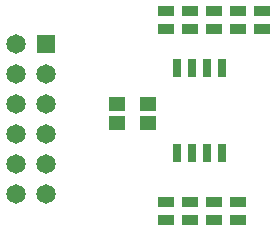
<source format=gbr>
%TF.GenerationSoftware,Altium Limited,Altium Designer,23.4.1 (23)*%
G04 Layer_Color=255*
%FSLAX26Y26*%
%MOIN*%
%TF.SameCoordinates,58D80696-3D7F-4981-BD36-B6FE397AE5C4*%
%TF.FilePolarity,Positive*%
%TF.FileFunction,Pads,Top*%
%TF.Part,Single*%
G01*
G75*
%TA.AperFunction,SMDPad,CuDef*%
%ADD10R,0.025591X0.064961*%
%ADD11R,0.053150X0.037402*%
%ADD12R,0.057331X0.051364*%
%TA.AperFunction,ComponentPad*%
%ADD16C,0.064961*%
%ADD17R,0.064961X0.064961*%
D10*
X1880000Y3625000D02*
D03*
X1830000D02*
D03*
X1780000D02*
D03*
X1730000D02*
D03*
Y3341536D02*
D03*
X1780000D02*
D03*
X1830000D02*
D03*
X1880000D02*
D03*
D11*
X2015000Y3815000D02*
D03*
Y3753976D02*
D03*
X1855000D02*
D03*
Y3815000D02*
D03*
X1935000Y3753976D02*
D03*
Y3815000D02*
D03*
X1775000Y3118976D02*
D03*
Y3180000D02*
D03*
X1695000Y3118976D02*
D03*
Y3180000D02*
D03*
X1855000Y3118976D02*
D03*
Y3180000D02*
D03*
X1935000D02*
D03*
Y3118976D02*
D03*
X1695000Y3753976D02*
D03*
Y3815000D02*
D03*
X1775000Y3753976D02*
D03*
Y3815000D02*
D03*
D12*
X1635000Y3441552D02*
D03*
Y3505000D02*
D03*
X1530000Y3441552D02*
D03*
Y3505000D02*
D03*
D16*
X1195000Y3405000D02*
D03*
X1295000D02*
D03*
X1195000Y3605000D02*
D03*
X1295000D02*
D03*
X1195000Y3705000D02*
D03*
X1295000Y3505000D02*
D03*
X1195000D02*
D03*
X1295000Y3305000D02*
D03*
Y3205000D02*
D03*
X1195000Y3305000D02*
D03*
Y3205000D02*
D03*
D17*
X1295000Y3705000D02*
D03*
%TF.MD5,887b34279727393bdb0bc241d391894c*%
M02*

</source>
